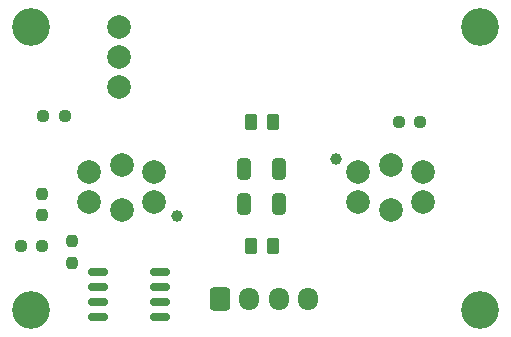
<source format=gbr>
%TF.GenerationSoftware,KiCad,Pcbnew,9.0.0*%
%TF.CreationDate,2025-04-22T12:40:58+02:00*%
%TF.ProjectId,carte-capteur-ir,63617274-652d-4636-9170-746575722d69,rev?*%
%TF.SameCoordinates,Original*%
%TF.FileFunction,Soldermask,Top*%
%TF.FilePolarity,Negative*%
%FSLAX46Y46*%
G04 Gerber Fmt 4.6, Leading zero omitted, Abs format (unit mm)*
G04 Created by KiCad (PCBNEW 9.0.0) date 2025-04-22 12:40:58*
%MOMM*%
%LPD*%
G01*
G04 APERTURE LIST*
G04 Aperture macros list*
%AMRoundRect*
0 Rectangle with rounded corners*
0 $1 Rounding radius*
0 $2 $3 $4 $5 $6 $7 $8 $9 X,Y pos of 4 corners*
0 Add a 4 corners polygon primitive as box body*
4,1,4,$2,$3,$4,$5,$6,$7,$8,$9,$2,$3,0*
0 Add four circle primitives for the rounded corners*
1,1,$1+$1,$2,$3*
1,1,$1+$1,$4,$5*
1,1,$1+$1,$6,$7*
1,1,$1+$1,$8,$9*
0 Add four rect primitives between the rounded corners*
20,1,$1+$1,$2,$3,$4,$5,0*
20,1,$1+$1,$4,$5,$6,$7,0*
20,1,$1+$1,$6,$7,$8,$9,0*
20,1,$1+$1,$8,$9,$2,$3,0*%
G04 Aperture macros list end*
%ADD10RoundRect,0.250000X-0.262500X-0.450000X0.262500X-0.450000X0.262500X0.450000X-0.262500X0.450000X0*%
%ADD11RoundRect,0.237500X-0.237500X0.250000X-0.237500X-0.250000X0.237500X-0.250000X0.237500X0.250000X0*%
%ADD12C,3.200000*%
%ADD13RoundRect,0.237500X0.237500X-0.250000X0.237500X0.250000X-0.237500X0.250000X-0.237500X-0.250000X0*%
%ADD14RoundRect,0.150000X-0.675000X-0.150000X0.675000X-0.150000X0.675000X0.150000X-0.675000X0.150000X0*%
%ADD15RoundRect,0.250000X-0.325000X-0.650000X0.325000X-0.650000X0.325000X0.650000X-0.325000X0.650000X0*%
%ADD16RoundRect,0.237500X-0.250000X-0.237500X0.250000X-0.237500X0.250000X0.237500X-0.250000X0.237500X0*%
%ADD17RoundRect,0.250000X0.325000X0.650000X-0.325000X0.650000X-0.325000X-0.650000X0.325000X-0.650000X0*%
%ADD18RoundRect,0.250000X-0.600000X-0.725000X0.600000X-0.725000X0.600000X0.725000X-0.600000X0.725000X0*%
%ADD19O,1.700000X1.950000*%
%ADD20C,2.000000*%
%ADD21C,0.990600*%
G04 APERTURE END LIST*
D10*
%TO.C,R1*%
X225954426Y-94560575D03*
X224129426Y-94560575D03*
%TD*%
D11*
%TO.C,R3*%
X208954426Y-95973075D03*
X208954426Y-94148075D03*
%TD*%
D12*
%TO.C,REF\u002A\u002A*%
X243500000Y-100000000D03*
%TD*%
D13*
%TO.C,R4*%
X206454426Y-91973075D03*
X206454426Y-90148075D03*
%TD*%
D14*
%TO.C,U1*%
X211204426Y-100600575D03*
X211204426Y-96790575D03*
X211204426Y-98060575D03*
X211204426Y-99330575D03*
X216454426Y-100600575D03*
X216454426Y-99330575D03*
X216454426Y-98060575D03*
X216454426Y-96790575D03*
%TD*%
D12*
%TO.C,REF\u002A\u002A*%
X205500000Y-76000000D03*
%TD*%
D15*
%TO.C,C1*%
X223504426Y-88060575D03*
X226454426Y-88060575D03*
%TD*%
D12*
%TO.C,REF\u002A\u002A*%
X243500000Y-76000000D03*
%TD*%
D16*
%TO.C,R6*%
X206541926Y-83560575D03*
X208366926Y-83560575D03*
%TD*%
D10*
%TO.C,R2*%
X224129426Y-84060575D03*
X225954426Y-84060575D03*
%TD*%
D16*
%TO.C,R8*%
X204629426Y-94560575D03*
X206454426Y-94560575D03*
%TD*%
D17*
%TO.C,C2*%
X226454426Y-91060575D03*
X223504426Y-91060575D03*
%TD*%
D16*
%TO.C,R5*%
X236629426Y-84060575D03*
X238454426Y-84060575D03*
%TD*%
D12*
%TO.C,REF\u002A\u002A*%
X205500000Y-100000000D03*
%TD*%
D18*
%TO.C,J1*%
X221454426Y-99060575D03*
D19*
X226454426Y-99060575D03*
X223954426Y-99060575D03*
X228954426Y-99060575D03*
%TD*%
D20*
%TO.C,R9*%
X212954426Y-81140575D03*
X212954426Y-78600575D03*
X212954426Y-76060575D03*
%TD*%
%TO.C,U2*%
X233194427Y-88350575D03*
X238694426Y-88350575D03*
D21*
X231294426Y-87170575D03*
D20*
X233194427Y-90890575D03*
X238694426Y-90890575D03*
X235944427Y-91520574D03*
X235944427Y-87720576D03*
%TD*%
%TO.C,U3*%
X215944427Y-90885776D03*
X210444428Y-90885776D03*
D21*
X217844428Y-92065776D03*
D20*
X215944427Y-88345776D03*
X210444428Y-88345776D03*
X213194427Y-87715777D03*
X213194427Y-91515775D03*
%TD*%
M02*

</source>
